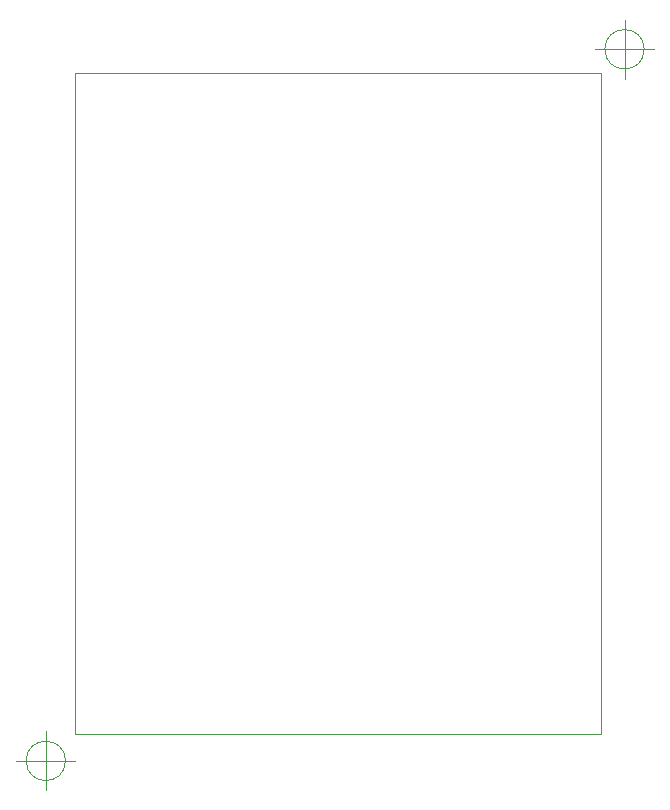
<source format=gbr>
%TF.GenerationSoftware,KiCad,Pcbnew,6.0.1*%
%TF.CreationDate,2022-06-20T02:46:21+02:00*%
%TF.ProjectId,PontHComplet_MK2,506f6e74-4843-46f6-9d70-6c65745f4d4b,rev?*%
%TF.SameCoordinates,Original*%
%TF.FileFunction,Paste,Bot*%
%TF.FilePolarity,Positive*%
%FSLAX46Y46*%
G04 Gerber Fmt 4.6, Leading zero omitted, Abs format (unit mm)*
G04 Created by KiCad (PCBNEW 6.0.1) date 2022-06-20 02:46:21*
%MOMM*%
%LPD*%
G01*
G04 APERTURE LIST*
%TA.AperFunction,Profile*%
%ADD10C,0.050000*%
%TD*%
G04 APERTURE END LIST*
D10*
X126000000Y-133000000D02*
X170500000Y-132983704D01*
X170500000Y-132983704D02*
X170500000Y-77000000D01*
X170500000Y-77000000D02*
X126000000Y-77000000D01*
X126000000Y-77000000D02*
X126000000Y-133000000D01*
X125166666Y-135250000D02*
G75*
G03*
X125166666Y-135250000I-1666666J0D01*
G01*
X121000000Y-135250000D02*
X126000000Y-135250000D01*
X123500000Y-132750000D02*
X123500000Y-137750000D01*
X174166666Y-75000000D02*
G75*
G03*
X174166666Y-75000000I-1666666J0D01*
G01*
X170000000Y-75000000D02*
X175000000Y-75000000D01*
X172500000Y-72500000D02*
X172500000Y-77500000D01*
M02*

</source>
